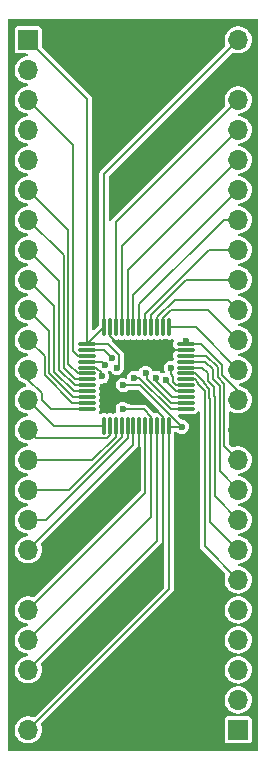
<source format=gbr>
%TF.GenerationSoftware,KiCad,Pcbnew,8.0.7*%
%TF.CreationDate,2025-02-16T23:10:18-06:00*%
%TF.ProjectId,MCU,4d43552e-6b69-4636-9164-5f7063625858,rev?*%
%TF.SameCoordinates,Original*%
%TF.FileFunction,Copper,L1,Top*%
%TF.FilePolarity,Positive*%
%FSLAX46Y46*%
G04 Gerber Fmt 4.6, Leading zero omitted, Abs format (unit mm)*
G04 Created by KiCad (PCBNEW 8.0.7) date 2025-02-16 23:10:18*
%MOMM*%
%LPD*%
G01*
G04 APERTURE LIST*
G04 Aperture macros list*
%AMRoundRect*
0 Rectangle with rounded corners*
0 $1 Rounding radius*
0 $2 $3 $4 $5 $6 $7 $8 $9 X,Y pos of 4 corners*
0 Add a 4 corners polygon primitive as box body*
4,1,4,$2,$3,$4,$5,$6,$7,$8,$9,$2,$3,0*
0 Add four circle primitives for the rounded corners*
1,1,$1+$1,$2,$3*
1,1,$1+$1,$4,$5*
1,1,$1+$1,$6,$7*
1,1,$1+$1,$8,$9*
0 Add four rect primitives between the rounded corners*
20,1,$1+$1,$2,$3,$4,$5,0*
20,1,$1+$1,$4,$5,$6,$7,0*
20,1,$1+$1,$6,$7,$8,$9,0*
20,1,$1+$1,$8,$9,$2,$3,0*%
G04 Aperture macros list end*
%TA.AperFunction,ComponentPad*%
%ADD10R,1.700000X1.700000*%
%TD*%
%TA.AperFunction,ComponentPad*%
%ADD11O,1.700000X1.700000*%
%TD*%
%TA.AperFunction,SMDPad,CuDef*%
%ADD12RoundRect,0.075000X-0.662500X-0.075000X0.662500X-0.075000X0.662500X0.075000X-0.662500X0.075000X0*%
%TD*%
%TA.AperFunction,SMDPad,CuDef*%
%ADD13RoundRect,0.075000X-0.075000X-0.662500X0.075000X-0.662500X0.075000X0.662500X-0.075000X0.662500X0*%
%TD*%
%TA.AperFunction,ViaPad*%
%ADD14C,0.600000*%
%TD*%
%TA.AperFunction,Conductor*%
%ADD15C,0.200000*%
%TD*%
G04 APERTURE END LIST*
D10*
%TO.P,J2,1,Pin_1*%
%TO.N,/25*%
X147780000Y-108420000D03*
D11*
%TO.P,J2,2,Pin_2*%
%TO.N,/26*%
X147780000Y-105880000D03*
%TO.P,J2,3,Pin_3*%
%TO.N,/27*%
X147780000Y-103340000D03*
%TO.P,J2,4,Pin_4*%
%TO.N,/28*%
X147780000Y-100800000D03*
%TO.P,J2,5,Pin_5*%
%TO.N,/29*%
X147780000Y-98260000D03*
%TO.P,J2,6,Pin_6*%
%TO.N,/30*%
X147780000Y-95720000D03*
%TO.P,J2,7,Pin_7*%
%TO.N,/31*%
X147780000Y-93180000D03*
%TO.P,J2,8,Pin_8*%
%TO.N,/32*%
X147780000Y-90640000D03*
%TO.P,J2,9,Pin_9*%
%TO.N,/33*%
X147780000Y-88100000D03*
%TO.P,J2,10,Pin_10*%
%TO.N,/34*%
X147780000Y-85560000D03*
%TO.P,J2,11,Pin_11*%
%TO.N,GND*%
X147780000Y-83020000D03*
%TO.P,J2,12,Pin_12*%
%TO.N,VDD*%
X147780000Y-80480000D03*
%TO.P,J2,13,Pin_13*%
%TO.N,/37*%
X147780000Y-77940000D03*
%TO.P,J2,14,Pin_14*%
%TO.N,/38*%
X147780000Y-75400000D03*
%TO.P,J2,15,Pin_15*%
%TO.N,/39*%
X147780000Y-72860000D03*
%TO.P,J2,16,Pin_16*%
%TO.N,/40*%
X147780000Y-70320000D03*
%TO.P,J2,17,Pin_17*%
%TO.N,/41*%
X147780000Y-67780000D03*
%TO.P,J2,18,Pin_18*%
%TO.N,/42*%
X147780000Y-65240000D03*
%TO.P,J2,19,Pin_19*%
%TO.N,/43*%
X147780000Y-62700000D03*
%TO.P,J2,20,Pin_20*%
%TO.N,/44*%
X147780000Y-60160000D03*
%TO.P,J2,21,Pin_21*%
%TO.N,/45*%
X147780000Y-57620000D03*
%TO.P,J2,22,Pin_22*%
%TO.N,/46*%
X147780000Y-55080000D03*
%TO.P,J2,23,Pin_23*%
%TO.N,GND*%
X147780000Y-52540000D03*
%TO.P,J2,24,Pin_24*%
%TO.N,VDD*%
X147780000Y-50000000D03*
%TD*%
D12*
%TO.P,U1,1,VBAT*%
%TO.N,VDD*%
X135000000Y-75750000D03*
%TO.P,U1,2,PC13*%
%TO.N,/2*%
X135000000Y-76250000D03*
%TO.P,U1,3,PC14*%
%TO.N,/3*%
X135000000Y-76750000D03*
%TO.P,U1,4,PC15*%
%TO.N,/4*%
X135000000Y-77250000D03*
%TO.P,U1,5,PF0*%
%TO.N,/5*%
X135000000Y-77750000D03*
%TO.P,U1,6,PF1*%
%TO.N,/6*%
X135000000Y-78250000D03*
%TO.P,U1,7,PG10*%
%TO.N,/7*%
X135000000Y-78750000D03*
%TO.P,U1,8,PA0*%
%TO.N,Net-(J1-Pin_8)*%
X135000000Y-79250000D03*
%TO.P,U1,9,PA1*%
%TO.N,Net-(J1-Pin_9)*%
X135000000Y-79750000D03*
%TO.P,U1,10,PA2*%
%TO.N,Net-(J1-Pin_10)*%
X135000000Y-80250000D03*
%TO.P,U1,11,PA3*%
%TO.N,Net-(J1-Pin_11)*%
X135000000Y-80750000D03*
%TO.P,U1,12,PA4*%
%TO.N,Net-(J1-Pin_12)*%
X135000000Y-81250000D03*
D13*
%TO.P,U1,13,PA5*%
%TO.N,Net-(J1-Pin_13)*%
X136412500Y-82662500D03*
%TO.P,U1,14,PA6*%
%TO.N,Net-(J1-Pin_14)*%
X136912500Y-82662500D03*
%TO.P,U1,15,PA7*%
%TO.N,Net-(J1-Pin_15)*%
X137412500Y-82662500D03*
%TO.P,U1,16,PB0*%
%TO.N,/16*%
X137912500Y-82662500D03*
%TO.P,U1,17,PB1*%
%TO.N,/17*%
X138412500Y-82662500D03*
%TO.P,U1,18,PB2*%
%TO.N,/18*%
X138912500Y-82662500D03*
%TO.P,U1,19,VSSA*%
%TO.N,GND*%
X139412500Y-82662500D03*
%TO.P,U1,20,VREF+*%
%TO.N,/20*%
X139912500Y-82662500D03*
%TO.P,U1,21,VDDA*%
%TO.N,VDD*%
X140412500Y-82662500D03*
%TO.P,U1,22,PB10*%
%TO.N,/22*%
X140912500Y-82662500D03*
%TO.P,U1,23,VSS*%
%TO.N,GND*%
X141412500Y-82662500D03*
%TO.P,U1,24,VDD*%
%TO.N,VDD*%
X141912500Y-82662500D03*
D12*
%TO.P,U1,25,PB11*%
%TO.N,/25*%
X143325000Y-81250000D03*
%TO.P,U1,26,PB12*%
%TO.N,/26*%
X143325000Y-80750000D03*
%TO.P,U1,27,PB13*%
%TO.N,/27*%
X143325000Y-80250000D03*
%TO.P,U1,28,PB14*%
%TO.N,/28*%
X143325000Y-79750000D03*
%TO.P,U1,29,PB15*%
%TO.N,/29*%
X143325000Y-79250000D03*
%TO.P,U1,30,PA8*%
%TO.N,/30*%
X143325000Y-78750000D03*
%TO.P,U1,31,PA9*%
%TO.N,/31*%
X143325000Y-78250000D03*
%TO.P,U1,32,PA10*%
%TO.N,/32*%
X143325000Y-77750000D03*
%TO.P,U1,33,PA11*%
%TO.N,/33*%
X143325000Y-77250000D03*
%TO.P,U1,34,PA12*%
%TO.N,/34*%
X143325000Y-76750000D03*
%TO.P,U1,35,VSS*%
%TO.N,GND*%
X143325000Y-76250000D03*
%TO.P,U1,36,VDD*%
%TO.N,VDD*%
X143325000Y-75750000D03*
D13*
%TO.P,U1,37,PA13*%
%TO.N,/37*%
X141912500Y-74337500D03*
%TO.P,U1,38,PA14*%
%TO.N,/38*%
X141412500Y-74337500D03*
%TO.P,U1,39,PA15*%
%TO.N,/39*%
X140912500Y-74337500D03*
%TO.P,U1,40,PB3*%
%TO.N,/40*%
X140412500Y-74337500D03*
%TO.P,U1,41,PB4*%
%TO.N,/41*%
X139912500Y-74337500D03*
%TO.P,U1,42,PB5*%
%TO.N,/42*%
X139412500Y-74337500D03*
%TO.P,U1,43,PB6*%
%TO.N,/43*%
X138912500Y-74337500D03*
%TO.P,U1,44,PB7*%
%TO.N,/44*%
X138412500Y-74337500D03*
%TO.P,U1,45,PB8*%
%TO.N,/45*%
X137912500Y-74337500D03*
%TO.P,U1,46,PB9*%
%TO.N,/46*%
X137412500Y-74337500D03*
%TO.P,U1,47,VSS*%
%TO.N,GND*%
X136912500Y-74337500D03*
%TO.P,U1,48,VDD*%
%TO.N,VDD*%
X136412500Y-74337500D03*
%TD*%
D10*
%TO.P,J1,1,Pin_1*%
%TO.N,VDD*%
X130000000Y-50000000D03*
D11*
%TO.P,J1,2,Pin_2*%
%TO.N,/2*%
X130000000Y-52540000D03*
%TO.P,J1,3,Pin_3*%
%TO.N,/3*%
X130000000Y-55080000D03*
%TO.P,J1,4,Pin_4*%
%TO.N,/4*%
X130000000Y-57620000D03*
%TO.P,J1,5,Pin_5*%
%TO.N,/5*%
X130000000Y-60160000D03*
%TO.P,J1,6,Pin_6*%
%TO.N,/6*%
X130000000Y-62700000D03*
%TO.P,J1,7,Pin_7*%
%TO.N,/7*%
X130000000Y-65240000D03*
%TO.P,J1,8,Pin_8*%
%TO.N,Net-(J1-Pin_8)*%
X130000000Y-67780000D03*
%TO.P,J1,9,Pin_9*%
%TO.N,Net-(J1-Pin_9)*%
X130000000Y-70320000D03*
%TO.P,J1,10,Pin_10*%
%TO.N,Net-(J1-Pin_10)*%
X130000000Y-72860000D03*
%TO.P,J1,11,Pin_11*%
%TO.N,Net-(J1-Pin_11)*%
X130000000Y-75400000D03*
%TO.P,J1,12,Pin_12*%
%TO.N,Net-(J1-Pin_12)*%
X130000000Y-77940000D03*
%TO.P,J1,13,Pin_13*%
%TO.N,Net-(J1-Pin_13)*%
X130000000Y-80480000D03*
%TO.P,J1,14,Pin_14*%
%TO.N,Net-(J1-Pin_14)*%
X130000000Y-83020000D03*
%TO.P,J1,15,Pin_15*%
%TO.N,Net-(J1-Pin_15)*%
X130000000Y-85560000D03*
%TO.P,J1,16,Pin_16*%
%TO.N,/16*%
X130000000Y-88100000D03*
%TO.P,J1,17,Pin_17*%
%TO.N,/17*%
X130000000Y-90640000D03*
%TO.P,J1,18,Pin_18*%
%TO.N,/18*%
X130000000Y-93180000D03*
%TO.P,J1,19,Pin_19*%
%TO.N,GND*%
X130000000Y-95720000D03*
%TO.P,J1,20,Pin_20*%
%TO.N,/20*%
X130000000Y-98260000D03*
%TO.P,J1,21,Pin_21*%
%TO.N,VDD*%
X130000000Y-100800000D03*
%TO.P,J1,22,Pin_22*%
%TO.N,/22*%
X130000000Y-103340000D03*
%TO.P,J1,23,Pin_23*%
%TO.N,GND*%
X130000000Y-105880000D03*
%TO.P,J1,24,Pin_24*%
%TO.N,VDD*%
X130000000Y-108420000D03*
%TD*%
D14*
%TO.N,GND*%
X139750000Y-77250000D03*
%TO.N,VDD*%
X143362500Y-75500000D03*
X137500000Y-77750000D03*
X138000000Y-81250000D03*
X138000000Y-79250000D03*
X143000000Y-82750000D03*
%TO.N,GND*%
X139000000Y-55500000D03*
X141750000Y-49750000D03*
X137000000Y-49750000D03*
X139500000Y-75750000D03*
X141626632Y-75558428D03*
X137250000Y-80750000D03*
X135500000Y-108750000D03*
X141750000Y-108750000D03*
X143750000Y-89250000D03*
X143750000Y-84250000D03*
%TO.N,/2*%
X137100000Y-76943617D03*
%TO.N,/4*%
X136500000Y-77500000D03*
%TO.N,/5*%
X136250000Y-78500000D03*
%TO.N,/25*%
X138992435Y-78600000D03*
%TO.N,/26*%
X139946700Y-78211774D03*
%TO.N,/27*%
X140853519Y-78609714D03*
%TO.N,/28*%
X141637500Y-78798406D03*
%TO.N,/29*%
X142087501Y-77784816D03*
%TD*%
D15*
%TO.N,/26*%
X140081372Y-78346446D02*
X139946700Y-78211774D01*
X140081372Y-78700000D02*
X140081372Y-78346446D01*
X143325000Y-80750000D02*
X142131372Y-80750000D01*
X142131372Y-80750000D02*
X140081372Y-78700000D01*
%TO.N,/25*%
X138992435Y-78600000D02*
X139415686Y-78600000D01*
X139415686Y-78600000D02*
X142065686Y-81250000D01*
X142065686Y-81250000D02*
X143325000Y-81250000D01*
%TO.N,GND*%
X137915685Y-76100000D02*
X138282843Y-76467157D01*
X138282843Y-76467157D02*
X138400000Y-76584315D01*
X139750000Y-77250000D02*
X139065686Y-77250000D01*
X139065686Y-77250000D02*
X138282843Y-76467157D01*
%TO.N,VDD*%
X144631371Y-75750000D02*
X143325000Y-75750000D01*
X135000000Y-75750000D02*
X136412500Y-74337500D01*
%TO.N,GND*%
X137350000Y-78980761D02*
X137350000Y-79519239D01*
X138065685Y-76250000D02*
X137915685Y-76100000D01*
%TO.N,/2*%
X135000000Y-76250000D02*
X136406383Y-76250000D01*
%TO.N,GND*%
X141412500Y-81892590D02*
X141412500Y-82662500D01*
%TO.N,/2*%
X136406383Y-76250000D02*
X137100000Y-76943617D01*
%TO.N,GND*%
X138680761Y-80850000D02*
X140369910Y-80850000D01*
X140369910Y-80850000D02*
X141412500Y-81892590D01*
X143325000Y-76250000D02*
X138065685Y-76250000D01*
X136912500Y-75107410D02*
X136912500Y-74337500D01*
%TO.N,VDD*%
X137700000Y-76695088D02*
X136754912Y-75750000D01*
%TO.N,GND*%
X138400000Y-76584315D02*
X138400000Y-77930761D01*
%TO.N,VDD*%
X137700000Y-77550000D02*
X137700000Y-76695088D01*
%TO.N,GND*%
X137350000Y-79519239D02*
X138680761Y-80850000D01*
X138400000Y-77930761D02*
X137350000Y-78980761D01*
X137915685Y-76100000D02*
X137905090Y-76100000D01*
X137905090Y-76100000D02*
X136912500Y-75107410D01*
%TO.N,VDD*%
X137500000Y-77750000D02*
X137700000Y-77550000D01*
X136754912Y-75750000D02*
X135000000Y-75750000D01*
X138000000Y-81250000D02*
X139769910Y-81250000D01*
X139769910Y-81250000D02*
X140412500Y-81892590D01*
X140412500Y-81892590D02*
X140412500Y-82662500D01*
X143000000Y-82750000D02*
X139500000Y-79250000D01*
%TO.N,/29*%
X142087501Y-78317591D02*
X142087501Y-77784816D01*
X142287500Y-78982410D02*
X142287500Y-78517590D01*
X143325000Y-79250000D02*
X142555090Y-79250000D01*
%TO.N,/28*%
X143325000Y-79750000D02*
X142489404Y-79750000D01*
%TO.N,/29*%
X142287500Y-78517590D02*
X142087501Y-78317591D01*
%TO.N,/27*%
X143325000Y-80250000D02*
X142197058Y-80250000D01*
%TO.N,/28*%
X141637500Y-78898096D02*
X141637500Y-78798406D01*
%TO.N,/27*%
X142197058Y-80250000D02*
X140853519Y-78906461D01*
%TO.N,/29*%
X142555090Y-79250000D02*
X142287500Y-78982410D01*
%TO.N,/28*%
X142489404Y-79750000D02*
X141637500Y-78898096D01*
%TO.N,VDD*%
X139500000Y-79250000D02*
X138000000Y-79250000D01*
%TO.N,/27*%
X140853519Y-78906461D02*
X140853519Y-78609714D01*
%TO.N,VDD*%
X143000000Y-82750000D02*
X142000000Y-82750000D01*
X142000000Y-82750000D02*
X141912500Y-82662500D01*
X135000000Y-75750000D02*
X135000000Y-55000000D01*
X135000000Y-55000000D02*
X130000000Y-50000000D01*
%TO.N,/3*%
X135000000Y-76750000D02*
X134230090Y-76750000D01*
X134230090Y-76750000D02*
X133800000Y-76319910D01*
X133800000Y-76319910D02*
X133800000Y-58880000D01*
X133800000Y-58880000D02*
X130000000Y-55080000D01*
%TO.N,/4*%
X135000000Y-77250000D02*
X136250000Y-77250000D01*
X136250000Y-77250000D02*
X136500000Y-77500000D01*
%TO.N,/5*%
X135000000Y-77750000D02*
X135769910Y-77750000D01*
X135769910Y-77750000D02*
X136250000Y-78230090D01*
X136250000Y-78230090D02*
X136250000Y-78500000D01*
%TO.N,/6*%
X135000000Y-78250000D02*
X134230090Y-78250000D01*
X134230090Y-78250000D02*
X133400000Y-77419910D01*
X133400000Y-66100000D02*
X130000000Y-62700000D01*
X133400000Y-77419910D02*
X133400000Y-66100000D01*
%TO.N,Net-(J1-Pin_9)*%
X133868628Y-79750000D02*
X132200000Y-78081372D01*
%TO.N,Net-(J1-Pin_11)*%
X131400000Y-78412744D02*
X131400000Y-76800000D01*
%TO.N,/7*%
X133000000Y-77750000D02*
X133000000Y-68240000D01*
%TO.N,Net-(J1-Pin_11)*%
X135000000Y-80750000D02*
X133737256Y-80750000D01*
%TO.N,/7*%
X135000000Y-78750000D02*
X134000000Y-78750000D01*
%TO.N,Net-(J1-Pin_10)*%
X135000000Y-80250000D02*
X133802942Y-80250000D01*
%TO.N,Net-(J1-Pin_8)*%
X132600000Y-70380000D02*
X130000000Y-67780000D01*
%TO.N,Net-(J1-Pin_11)*%
X131400000Y-76800000D02*
X130000000Y-75400000D01*
%TO.N,Net-(J1-Pin_9)*%
X132200000Y-78081372D02*
X132200000Y-72520000D01*
%TO.N,Net-(J1-Pin_10)*%
X131800000Y-78247058D02*
X131800000Y-74660000D01*
%TO.N,/7*%
X134000000Y-78750000D02*
X133000000Y-77750000D01*
%TO.N,Net-(J1-Pin_10)*%
X133802942Y-80250000D02*
X131800000Y-78247058D01*
%TO.N,Net-(J1-Pin_8)*%
X132600000Y-77915686D02*
X132600000Y-70380000D01*
%TO.N,Net-(J1-Pin_11)*%
X133737256Y-80750000D02*
X131400000Y-78412744D01*
%TO.N,Net-(J1-Pin_9)*%
X132200000Y-72520000D02*
X130000000Y-70320000D01*
%TO.N,Net-(J1-Pin_10)*%
X131800000Y-74660000D02*
X130000000Y-72860000D01*
%TO.N,Net-(J1-Pin_9)*%
X135000000Y-79750000D02*
X133868628Y-79750000D01*
%TO.N,Net-(J1-Pin_8)*%
X133934314Y-79250000D02*
X132600000Y-77915686D01*
X135000000Y-79250000D02*
X133934314Y-79250000D01*
%TO.N,/7*%
X133000000Y-68240000D02*
X130000000Y-65240000D01*
%TO.N,Net-(J1-Pin_12)*%
X131900000Y-81250000D02*
X131150000Y-80500000D01*
X131150000Y-79915686D02*
X130000000Y-78765686D01*
X130000000Y-78765686D02*
X130000000Y-77940000D01*
X131150000Y-80500000D02*
X131150000Y-79915686D01*
X135000000Y-81250000D02*
X131900000Y-81250000D01*
%TO.N,Net-(J1-Pin_13)*%
X136412500Y-82662500D02*
X132182500Y-82662500D01*
X132182500Y-82662500D02*
X130000000Y-80480000D01*
%TO.N,Net-(J1-Pin_14)*%
X136912500Y-82662500D02*
X136912500Y-83432410D01*
X136912500Y-83432410D02*
X136644910Y-83700000D01*
X136644910Y-83700000D02*
X130680000Y-83700000D01*
X130680000Y-83700000D02*
X130000000Y-83020000D01*
%TO.N,/17*%
X131491371Y-90640000D02*
X130000000Y-90640000D01*
%TO.N,/16*%
X133465686Y-88100000D02*
X130000000Y-88100000D01*
X137912500Y-82662500D02*
X137912500Y-83653186D01*
X137912500Y-83653186D02*
X133465686Y-88100000D01*
%TO.N,/17*%
X138412500Y-83718871D02*
X131491371Y-90640000D01*
X138412500Y-82662500D02*
X138412500Y-83718871D01*
%TO.N,Net-(J1-Pin_15)*%
X137412500Y-82662500D02*
X137412500Y-83587500D01*
X137412500Y-83587500D02*
X135440000Y-85560000D01*
X135440000Y-85560000D02*
X130000000Y-85560000D01*
%TO.N,/18*%
X138912500Y-82662500D02*
X138912500Y-84267500D01*
X138912500Y-84267500D02*
X130000000Y-93180000D01*
%TO.N,GND*%
X139412500Y-82662500D02*
X139412500Y-86307500D01*
X139412500Y-86307500D02*
X130000000Y-95720000D01*
%TO.N,/20*%
X139912500Y-82662500D02*
X139912500Y-88347500D01*
X139912500Y-88347500D02*
X130000000Y-98260000D01*
%TO.N,VDD*%
X140412500Y-82662500D02*
X140412500Y-90387500D01*
X140412500Y-90387500D02*
X130000000Y-100800000D01*
%TO.N,/22*%
X140912500Y-82662500D02*
X140912500Y-92427500D01*
X140912500Y-92427500D02*
X130000000Y-103340000D01*
%TO.N,GND*%
X141412500Y-82662500D02*
X141412500Y-94467500D01*
X141412500Y-94467500D02*
X130000000Y-105880000D01*
%TO.N,VDD*%
X141912500Y-82662500D02*
X141912500Y-96507500D01*
X141912500Y-96507500D02*
X130000000Y-108420000D01*
%TO.N,/31*%
X145400000Y-90800000D02*
X147780000Y-93180000D01*
%TO.N,/34*%
X145065686Y-76750000D02*
X146050000Y-77734314D01*
X146599993Y-84379993D02*
X147780000Y-85560000D01*
%TO.N,/31*%
X144160596Y-78250000D02*
X144850000Y-78939404D01*
%TO.N,/30*%
X144950000Y-92890000D02*
X147780000Y-95720000D01*
%TO.N,/33*%
X145000000Y-77250000D02*
X145650000Y-77900000D01*
X145650000Y-78739404D02*
X146199998Y-79289402D01*
%TO.N,/32*%
X143325000Y-77750000D02*
X144750000Y-77750000D01*
%TO.N,/31*%
X145400000Y-80334314D02*
X145400000Y-90800000D01*
%TO.N,/33*%
X145650000Y-77900000D02*
X145650000Y-78739404D01*
%TO.N,/30*%
X144362500Y-79017590D02*
X144362500Y-79162500D01*
%TO.N,/33*%
X146199998Y-86519998D02*
X147780000Y-88100000D01*
X146199998Y-79289402D02*
X146199998Y-86519998D01*
%TO.N,/32*%
X145250000Y-78905090D02*
X145750000Y-79405090D01*
%TO.N,/34*%
X146050000Y-77734314D02*
X146050000Y-78573718D01*
%TO.N,/32*%
X145800000Y-88660000D02*
X147780000Y-90640000D01*
X144750000Y-77750000D02*
X145250000Y-78250000D01*
%TO.N,/31*%
X144850000Y-78939404D02*
X144850000Y-79070776D01*
%TO.N,/32*%
X145750000Y-80118628D02*
X145800000Y-80168628D01*
X145750000Y-79405090D02*
X145750000Y-80118628D01*
%TO.N,/31*%
X145350000Y-79570776D02*
X145350000Y-80284314D01*
X145350000Y-80284314D02*
X145400000Y-80334314D01*
%TO.N,/32*%
X145250000Y-78250000D02*
X145250000Y-78905090D01*
%TO.N,/30*%
X143325000Y-78750000D02*
X144094910Y-78750000D01*
%TO.N,/33*%
X143325000Y-77250000D02*
X145000000Y-77250000D01*
%TO.N,/31*%
X143325000Y-78250000D02*
X144160596Y-78250000D01*
%TO.N,/34*%
X143325000Y-76750000D02*
X145065686Y-76750000D01*
%TO.N,/32*%
X145800000Y-80168628D02*
X145800000Y-88660000D01*
%TO.N,/31*%
X144850000Y-79070776D02*
X145350000Y-79570776D01*
%TO.N,/30*%
X144362500Y-79162500D02*
X144950000Y-79750000D01*
%TO.N,/34*%
X146050000Y-78573718D02*
X146599993Y-79123711D01*
X146599993Y-79123711D02*
X146599993Y-84379993D01*
%TO.N,/30*%
X144094910Y-78750000D02*
X144362500Y-79017590D01*
X144950000Y-79750000D02*
X144950000Y-92890000D01*
%TO.N,VDD*%
X147780000Y-79738032D02*
X147780000Y-80480000D01*
X144631371Y-75750000D02*
X146450000Y-77568629D01*
X146450000Y-78408032D02*
X147780000Y-79738032D01*
X146450000Y-77568629D02*
X146450000Y-78408032D01*
X143325000Y-75750000D02*
X143362500Y-75500000D01*
%TO.N,/37*%
X141912500Y-74337500D02*
X144177500Y-74337500D01*
X144177500Y-74337500D02*
X147780000Y-77940000D01*
%TO.N,/39*%
X146930000Y-72010000D02*
X147780000Y-72860000D01*
X142404404Y-72010000D02*
X146930000Y-72010000D01*
X140912500Y-73501904D02*
X142404404Y-72010000D01*
X140912500Y-74337500D02*
X140912500Y-73501904D01*
%TO.N,/38*%
X141412500Y-74337500D02*
X141412500Y-73567590D01*
X141412500Y-73567590D02*
X142115045Y-72865045D01*
X142115045Y-72865045D02*
X145245045Y-72865045D01*
X145245045Y-72865045D02*
X147780000Y-75400000D01*
%TO.N,/40*%
X140412500Y-74337500D02*
X140412500Y-73271815D01*
%TO.N,/41*%
X139912500Y-74337500D02*
X139912500Y-73206129D01*
X145338629Y-67780000D02*
X147780000Y-67780000D01*
%TO.N,/40*%
X143364315Y-70320000D02*
X147780000Y-70320000D01*
%TO.N,/41*%
X139912500Y-73206129D02*
X145338629Y-67780000D01*
%TO.N,/40*%
X140412500Y-73271815D02*
X143364315Y-70320000D01*
%TO.N,/42*%
X146577919Y-65240000D02*
X147780000Y-65240000D01*
X139412500Y-72405419D02*
X146577919Y-65240000D01*
X139412500Y-74337500D02*
X139412500Y-72405419D01*
%TO.N,/43*%
X138912500Y-74337500D02*
X138912500Y-71567500D01*
X138912500Y-71567500D02*
X147780000Y-62700000D01*
%TO.N,/44*%
X138412500Y-74337500D02*
X138412500Y-69527500D01*
X138412500Y-69527500D02*
X147780000Y-60160000D01*
%TO.N,/45*%
X137912500Y-74337500D02*
X137912500Y-67487500D01*
X137912500Y-67487500D02*
X147780000Y-57620000D01*
%TO.N,/46*%
X137412500Y-74337500D02*
X137412500Y-65447500D01*
X137412500Y-65447500D02*
X147780000Y-55080000D01*
%TO.N,VDD*%
X136412500Y-74337500D02*
X136412500Y-61367500D01*
X136412500Y-61367500D02*
X147780000Y-50000000D01*
%TD*%
%TA.AperFunction,Conductor*%
%TO.N,GND*%
G36*
X142299038Y-75346353D02*
G01*
X142338346Y-75404117D01*
X142340184Y-75473962D01*
X142331730Y-75496630D01*
X142297634Y-75566373D01*
X142297634Y-75566375D01*
X142287000Y-75639364D01*
X142287000Y-75860636D01*
X142297634Y-75933625D01*
X142297634Y-75933626D01*
X142297635Y-75933628D01*
X142352672Y-76046210D01*
X142441287Y-76134825D01*
X142449008Y-76138600D01*
X142500590Y-76185728D01*
X142518504Y-76253262D01*
X142497063Y-76319761D01*
X142449008Y-76361400D01*
X142441288Y-76365174D01*
X142441287Y-76365174D01*
X142352672Y-76453789D01*
X142297635Y-76566371D01*
X142297634Y-76566373D01*
X142297634Y-76566375D01*
X142287000Y-76639364D01*
X142287000Y-76860636D01*
X142293566Y-76905701D01*
X142297634Y-76933625D01*
X142303460Y-76945542D01*
X142315217Y-77014416D01*
X142303460Y-77054458D01*
X142297634Y-77066375D01*
X142297633Y-77066379D01*
X142295192Y-77083132D01*
X142266047Y-77146632D01*
X142207197Y-77184295D01*
X142156304Y-77188191D01*
X142087504Y-77179134D01*
X142087500Y-77179134D01*
X141930740Y-77199771D01*
X141930738Y-77199772D01*
X141784661Y-77260279D01*
X141659219Y-77356534D01*
X141562964Y-77481976D01*
X141502457Y-77628053D01*
X141502456Y-77628055D01*
X141481819Y-77784814D01*
X141481819Y-77784817D01*
X141502456Y-77941576D01*
X141502458Y-77941581D01*
X141547913Y-78051321D01*
X141555382Y-78120790D01*
X141524106Y-78183269D01*
X141480803Y-78213335D01*
X141436276Y-78231778D01*
X141366807Y-78239245D01*
X141304328Y-78207970D01*
X141290451Y-78192704D01*
X141284439Y-78184870D01*
X141281801Y-78181432D01*
X141156360Y-78085178D01*
X141132908Y-78075464D01*
X141010281Y-78024670D01*
X141010279Y-78024669D01*
X140853520Y-78004032D01*
X140853518Y-78004032D01*
X140696758Y-78024669D01*
X140696753Y-78024671D01*
X140659740Y-78040002D01*
X140590271Y-78047469D01*
X140527792Y-78016193D01*
X140497729Y-77972893D01*
X140471236Y-77908934D01*
X140471236Y-77908933D01*
X140374982Y-77783492D01*
X140249541Y-77687238D01*
X140190390Y-77662737D01*
X140103462Y-77626730D01*
X140103460Y-77626729D01*
X139946701Y-77606092D01*
X139946699Y-77606092D01*
X139789939Y-77626729D01*
X139789937Y-77626730D01*
X139643860Y-77687237D01*
X139518418Y-77783492D01*
X139422164Y-77908933D01*
X139392156Y-77981378D01*
X139348314Y-78035781D01*
X139282020Y-78057845D01*
X139230143Y-78048485D01*
X139149197Y-78014956D01*
X139149195Y-78014955D01*
X138992436Y-77994318D01*
X138992434Y-77994318D01*
X138835674Y-78014955D01*
X138835672Y-78014956D01*
X138689595Y-78075463D01*
X138564153Y-78171718D01*
X138467898Y-78297160D01*
X138407391Y-78443237D01*
X138407391Y-78443238D01*
X138387843Y-78591719D01*
X138359576Y-78655615D01*
X138301252Y-78694086D01*
X138231387Y-78694917D01*
X138217452Y-78690094D01*
X138156765Y-78664957D01*
X138156760Y-78664955D01*
X138000001Y-78644318D01*
X137999999Y-78644318D01*
X137843239Y-78664955D01*
X137843237Y-78664956D01*
X137697160Y-78725463D01*
X137571718Y-78821718D01*
X137475463Y-78947160D01*
X137414956Y-79093237D01*
X137414955Y-79093239D01*
X137394318Y-79249998D01*
X137394318Y-79250001D01*
X137414955Y-79406760D01*
X137414956Y-79406762D01*
X137453576Y-79500000D01*
X137475464Y-79552841D01*
X137571718Y-79678282D01*
X137697159Y-79774536D01*
X137843238Y-79835044D01*
X137921619Y-79845363D01*
X137999999Y-79855682D01*
X138000000Y-79855682D01*
X138000001Y-79855682D01*
X138052254Y-79848802D01*
X138156762Y-79835044D01*
X138302841Y-79774536D01*
X138428282Y-79678282D01*
X138428283Y-79678279D01*
X138431093Y-79676124D01*
X138496263Y-79650930D01*
X138506580Y-79650500D01*
X139282745Y-79650500D01*
X139349784Y-79670185D01*
X139370426Y-79686819D01*
X141096426Y-81412819D01*
X141129911Y-81474142D01*
X141124927Y-81543834D01*
X141083055Y-81599767D01*
X141017591Y-81624184D01*
X141008745Y-81624500D01*
X140801864Y-81624500D01*
X140783945Y-81627110D01*
X140714771Y-81617297D01*
X140678390Y-81592087D01*
X140015825Y-80929522D01*
X140015823Y-80929520D01*
X139960171Y-80897389D01*
X139924499Y-80876793D01*
X139864198Y-80860636D01*
X139822637Y-80849500D01*
X139822636Y-80849500D01*
X138506580Y-80849500D01*
X138439541Y-80829815D01*
X138431093Y-80823876D01*
X138428283Y-80821720D01*
X138428282Y-80821718D01*
X138302841Y-80725464D01*
X138156762Y-80664956D01*
X138156760Y-80664955D01*
X138000001Y-80644318D01*
X137999999Y-80644318D01*
X137843239Y-80664955D01*
X137843237Y-80664956D01*
X137697160Y-80725463D01*
X137571718Y-80821718D01*
X137475463Y-80947160D01*
X137414956Y-81093237D01*
X137414955Y-81093239D01*
X137394318Y-81249998D01*
X137394318Y-81250001D01*
X137414955Y-81406760D01*
X137414957Y-81406765D01*
X137434128Y-81453048D01*
X137441597Y-81522517D01*
X137410322Y-81584996D01*
X137350233Y-81620648D01*
X137319567Y-81624500D01*
X137301864Y-81624500D01*
X137239302Y-81633614D01*
X137228874Y-81635134D01*
X137221199Y-81638886D01*
X137216957Y-81640960D01*
X137148084Y-81652717D01*
X137108043Y-81640960D01*
X137096125Y-81635134D01*
X137023136Y-81624500D01*
X136801864Y-81624500D01*
X136739302Y-81633614D01*
X136728874Y-81635134D01*
X136721199Y-81638886D01*
X136716957Y-81640960D01*
X136648084Y-81652717D01*
X136608043Y-81640960D01*
X136596125Y-81635134D01*
X136523136Y-81624500D01*
X136301864Y-81624500D01*
X136247122Y-81632475D01*
X136228873Y-81635134D01*
X136159130Y-81669230D01*
X136090257Y-81680988D01*
X136025960Y-81653645D01*
X135986653Y-81595881D01*
X135984815Y-81526035D01*
X135993266Y-81503377D01*
X136027366Y-81433625D01*
X136038000Y-81360636D01*
X136038000Y-81139364D01*
X136027366Y-81066375D01*
X136021541Y-81054460D01*
X136009781Y-80985592D01*
X136021540Y-80945541D01*
X136027366Y-80933625D01*
X136038000Y-80860636D01*
X136038000Y-80639364D01*
X136027366Y-80566375D01*
X136021541Y-80554460D01*
X136009781Y-80485592D01*
X136021540Y-80445541D01*
X136027366Y-80433625D01*
X136038000Y-80360636D01*
X136038000Y-80139364D01*
X136027366Y-80066375D01*
X136021541Y-80054460D01*
X136009781Y-79985592D01*
X136021540Y-79945541D01*
X136027366Y-79933625D01*
X136038000Y-79860636D01*
X136038000Y-79639364D01*
X136027366Y-79566375D01*
X136021541Y-79554460D01*
X136009781Y-79485592D01*
X136021540Y-79445541D01*
X136027366Y-79433625D01*
X136038000Y-79360636D01*
X136038000Y-79219166D01*
X136057685Y-79152127D01*
X136110489Y-79106372D01*
X136178184Y-79096227D01*
X136250000Y-79105682D01*
X136250001Y-79105682D01*
X136344514Y-79093239D01*
X136406762Y-79085044D01*
X136552841Y-79024536D01*
X136678282Y-78928282D01*
X136774536Y-78802841D01*
X136835044Y-78656762D01*
X136855682Y-78500000D01*
X136835044Y-78343238D01*
X136774536Y-78197159D01*
X136773301Y-78195019D01*
X136772807Y-78192983D01*
X136771426Y-78189649D01*
X136771945Y-78189433D01*
X136756826Y-78127119D01*
X136779677Y-78061092D01*
X136834597Y-78017900D01*
X136904150Y-78011256D01*
X136966253Y-78043271D01*
X136979061Y-78057529D01*
X137071718Y-78178282D01*
X137197159Y-78274536D01*
X137343238Y-78335044D01*
X137405448Y-78343234D01*
X137499999Y-78355682D01*
X137500000Y-78355682D01*
X137500001Y-78355682D01*
X137594514Y-78343239D01*
X137656762Y-78335044D01*
X137802841Y-78274536D01*
X137928282Y-78178282D01*
X138024536Y-78052841D01*
X138085044Y-77906762D01*
X138105682Y-77750000D01*
X138094193Y-77662733D01*
X138097357Y-77614457D01*
X138100501Y-77602727D01*
X138100501Y-77497273D01*
X138100501Y-77489678D01*
X138100500Y-77489660D01*
X138100500Y-76642364D01*
X138100499Y-76642357D01*
X138089056Y-76599650D01*
X138073207Y-76540500D01*
X138020480Y-76449175D01*
X137150519Y-75579214D01*
X137117034Y-75517891D01*
X137122018Y-75448199D01*
X137163890Y-75392266D01*
X137229354Y-75367849D01*
X137256075Y-75368828D01*
X137301864Y-75375500D01*
X137523130Y-75375500D01*
X137523136Y-75375500D01*
X137596125Y-75364866D01*
X137608039Y-75359041D01*
X137676908Y-75347281D01*
X137716958Y-75359040D01*
X137728875Y-75364866D01*
X137801864Y-75375500D01*
X137801870Y-75375500D01*
X138023130Y-75375500D01*
X138023136Y-75375500D01*
X138096125Y-75364866D01*
X138108039Y-75359041D01*
X138176908Y-75347281D01*
X138216958Y-75359040D01*
X138228875Y-75364866D01*
X138301864Y-75375500D01*
X138301870Y-75375500D01*
X138523130Y-75375500D01*
X138523136Y-75375500D01*
X138596125Y-75364866D01*
X138608039Y-75359041D01*
X138676908Y-75347281D01*
X138716958Y-75359040D01*
X138728875Y-75364866D01*
X138801864Y-75375500D01*
X138801870Y-75375500D01*
X139023130Y-75375500D01*
X139023136Y-75375500D01*
X139096125Y-75364866D01*
X139108039Y-75359041D01*
X139176908Y-75347281D01*
X139216958Y-75359040D01*
X139228875Y-75364866D01*
X139301864Y-75375500D01*
X139301870Y-75375500D01*
X139523130Y-75375500D01*
X139523136Y-75375500D01*
X139596125Y-75364866D01*
X139608039Y-75359041D01*
X139676908Y-75347281D01*
X139716958Y-75359040D01*
X139728875Y-75364866D01*
X139801864Y-75375500D01*
X139801870Y-75375500D01*
X140023130Y-75375500D01*
X140023136Y-75375500D01*
X140096125Y-75364866D01*
X140108039Y-75359041D01*
X140176908Y-75347281D01*
X140216958Y-75359040D01*
X140228875Y-75364866D01*
X140301864Y-75375500D01*
X140301870Y-75375500D01*
X140523130Y-75375500D01*
X140523136Y-75375500D01*
X140596125Y-75364866D01*
X140608039Y-75359041D01*
X140676908Y-75347281D01*
X140716958Y-75359040D01*
X140728875Y-75364866D01*
X140801864Y-75375500D01*
X140801870Y-75375500D01*
X141023130Y-75375500D01*
X141023136Y-75375500D01*
X141096125Y-75364866D01*
X141108039Y-75359041D01*
X141176908Y-75347281D01*
X141216958Y-75359040D01*
X141228875Y-75364866D01*
X141301864Y-75375500D01*
X141301870Y-75375500D01*
X141523130Y-75375500D01*
X141523136Y-75375500D01*
X141596125Y-75364866D01*
X141608039Y-75359041D01*
X141676908Y-75347281D01*
X141716958Y-75359040D01*
X141728875Y-75364866D01*
X141801864Y-75375500D01*
X141801870Y-75375500D01*
X142023130Y-75375500D01*
X142023136Y-75375500D01*
X142096125Y-75364866D01*
X142165870Y-75330769D01*
X142234740Y-75319010D01*
X142299038Y-75346353D01*
G37*
%TD.AperFunction*%
%TA.AperFunction,Conductor*%
G36*
X149442539Y-48270185D02*
G01*
X149488294Y-48322989D01*
X149499500Y-48374500D01*
X149499500Y-110125500D01*
X149479815Y-110192539D01*
X149427011Y-110238294D01*
X149375500Y-110249500D01*
X128374500Y-110249500D01*
X128307461Y-110229815D01*
X128261706Y-110177011D01*
X128250500Y-110125500D01*
X128250500Y-52539999D01*
X128844571Y-52539999D01*
X128844571Y-52540000D01*
X128864244Y-52752310D01*
X128922596Y-52957392D01*
X128922596Y-52957394D01*
X129017632Y-53148253D01*
X129017634Y-53148255D01*
X129146128Y-53318407D01*
X129303698Y-53462052D01*
X129484981Y-53574298D01*
X129683802Y-53651321D01*
X129880613Y-53688111D01*
X129942893Y-53719779D01*
X129978166Y-53780092D01*
X129975232Y-53849900D01*
X129935023Y-53907040D01*
X129880613Y-53931888D01*
X129683802Y-53968679D01*
X129683799Y-53968679D01*
X129683799Y-53968680D01*
X129484982Y-54045701D01*
X129484980Y-54045702D01*
X129303699Y-54157947D01*
X129146127Y-54301593D01*
X129017632Y-54471746D01*
X128922596Y-54662605D01*
X128922596Y-54662607D01*
X128864244Y-54867689D01*
X128844571Y-55079999D01*
X128844571Y-55080000D01*
X128864244Y-55292310D01*
X128922596Y-55497392D01*
X128922596Y-55497394D01*
X129017632Y-55688253D01*
X129017634Y-55688255D01*
X129146128Y-55858407D01*
X129303698Y-56002052D01*
X129484981Y-56114298D01*
X129683802Y-56191321D01*
X129880613Y-56228111D01*
X129942893Y-56259779D01*
X129978166Y-56320092D01*
X129975232Y-56389900D01*
X129935023Y-56447040D01*
X129880613Y-56471888D01*
X129683802Y-56508679D01*
X129683799Y-56508679D01*
X129683799Y-56508680D01*
X129484982Y-56585701D01*
X129484980Y-56585702D01*
X129303699Y-56697947D01*
X129146127Y-56841593D01*
X129017632Y-57011746D01*
X128922596Y-57202605D01*
X128922596Y-57202607D01*
X128864244Y-57407689D01*
X128844571Y-57619999D01*
X128844571Y-57620000D01*
X128864244Y-57832310D01*
X128922596Y-58037392D01*
X128922596Y-58037394D01*
X129017632Y-58228253D01*
X129017634Y-58228255D01*
X129146128Y-58398407D01*
X129303698Y-58542052D01*
X129484981Y-58654298D01*
X129683802Y-58731321D01*
X129880613Y-58768111D01*
X129942893Y-58799779D01*
X129978166Y-58860092D01*
X129975232Y-58929900D01*
X129935023Y-58987040D01*
X129880613Y-59011888D01*
X129683802Y-59048679D01*
X129683799Y-59048679D01*
X129683799Y-59048680D01*
X129484982Y-59125701D01*
X129484980Y-59125702D01*
X129303699Y-59237947D01*
X129146127Y-59381593D01*
X129017632Y-59551746D01*
X128922596Y-59742605D01*
X128922596Y-59742607D01*
X128864244Y-59947689D01*
X128844571Y-60159999D01*
X128844571Y-60160000D01*
X128864244Y-60372310D01*
X128922596Y-60577392D01*
X128922596Y-60577394D01*
X129017632Y-60768253D01*
X129017634Y-60768255D01*
X129146128Y-60938407D01*
X129303698Y-61082052D01*
X129484981Y-61194298D01*
X129683802Y-61271321D01*
X129880613Y-61308111D01*
X129942893Y-61339779D01*
X129978166Y-61400092D01*
X129975232Y-61469900D01*
X129935023Y-61527040D01*
X129880613Y-61551888D01*
X129683802Y-61588679D01*
X129683799Y-61588679D01*
X129683799Y-61588680D01*
X129484982Y-61665701D01*
X129484980Y-61665702D01*
X129303699Y-61777947D01*
X129146127Y-61921593D01*
X129017632Y-62091746D01*
X128922596Y-62282605D01*
X128922596Y-62282607D01*
X128864244Y-62487689D01*
X128844571Y-62699999D01*
X128844571Y-62700000D01*
X128864244Y-62912310D01*
X128922596Y-63117392D01*
X128922596Y-63117394D01*
X129017632Y-63308253D01*
X129017634Y-63308255D01*
X129146128Y-63478407D01*
X129303698Y-63622052D01*
X129484981Y-63734298D01*
X129683802Y-63811321D01*
X129880613Y-63848111D01*
X129942893Y-63879779D01*
X129978166Y-63940092D01*
X129975232Y-64009900D01*
X129935023Y-64067040D01*
X129880613Y-64091888D01*
X129683802Y-64128679D01*
X129683799Y-64128679D01*
X129683799Y-64128680D01*
X129484982Y-64205701D01*
X129484980Y-64205702D01*
X129303699Y-64317947D01*
X129146127Y-64461593D01*
X129017632Y-64631746D01*
X128922596Y-64822605D01*
X128922596Y-64822607D01*
X128864244Y-65027689D01*
X128844571Y-65239999D01*
X128844571Y-65240000D01*
X128864244Y-65452310D01*
X128922596Y-65657392D01*
X128922596Y-65657394D01*
X129017632Y-65848253D01*
X129146127Y-66018406D01*
X129146128Y-66018407D01*
X129303698Y-66162052D01*
X129484981Y-66274298D01*
X129683802Y-66351321D01*
X129880613Y-66388111D01*
X129942893Y-66419779D01*
X129978166Y-66480092D01*
X129975232Y-66549900D01*
X129935023Y-66607040D01*
X129880613Y-66631888D01*
X129683802Y-66668679D01*
X129683799Y-66668679D01*
X129683799Y-66668680D01*
X129484982Y-66745701D01*
X129484980Y-66745702D01*
X129303699Y-66857947D01*
X129146127Y-67001593D01*
X129017632Y-67171746D01*
X128922596Y-67362605D01*
X128922596Y-67362607D01*
X128864244Y-67567689D01*
X128844571Y-67779999D01*
X128844571Y-67780000D01*
X128864244Y-67992310D01*
X128922596Y-68197392D01*
X128922596Y-68197394D01*
X129017632Y-68388253D01*
X129017634Y-68388255D01*
X129146128Y-68558407D01*
X129303698Y-68702052D01*
X129484981Y-68814298D01*
X129683802Y-68891321D01*
X129880613Y-68928111D01*
X129942893Y-68959779D01*
X129978166Y-69020092D01*
X129975232Y-69089900D01*
X129935023Y-69147040D01*
X129880613Y-69171888D01*
X129683802Y-69208679D01*
X129683799Y-69208679D01*
X129683799Y-69208680D01*
X129484982Y-69285701D01*
X129484980Y-69285702D01*
X129303699Y-69397947D01*
X129146127Y-69541593D01*
X129017632Y-69711746D01*
X128922596Y-69902605D01*
X128922596Y-69902607D01*
X128864244Y-70107689D01*
X128844571Y-70319999D01*
X128844571Y-70320000D01*
X128864244Y-70532310D01*
X128922596Y-70737392D01*
X128922596Y-70737394D01*
X129017632Y-70928253D01*
X129017634Y-70928255D01*
X129146128Y-71098407D01*
X129303698Y-71242052D01*
X129484981Y-71354298D01*
X129683802Y-71431321D01*
X129880613Y-71468111D01*
X129942893Y-71499779D01*
X129978166Y-71560092D01*
X129975232Y-71629900D01*
X129935023Y-71687040D01*
X129880613Y-71711888D01*
X129683802Y-71748679D01*
X129683799Y-71748679D01*
X129683799Y-71748680D01*
X129484982Y-71825701D01*
X129484980Y-71825702D01*
X129303699Y-71937947D01*
X129146127Y-72081593D01*
X129017632Y-72251746D01*
X128922596Y-72442605D01*
X128922596Y-72442607D01*
X128864244Y-72647689D01*
X128844571Y-72859999D01*
X128844571Y-72860000D01*
X128864244Y-73072310D01*
X128922596Y-73277392D01*
X128922596Y-73277394D01*
X129017632Y-73468253D01*
X129091731Y-73566375D01*
X129146128Y-73638407D01*
X129303698Y-73782052D01*
X129484981Y-73894298D01*
X129683802Y-73971321D01*
X129880613Y-74008111D01*
X129942893Y-74039779D01*
X129978166Y-74100092D01*
X129975232Y-74169900D01*
X129935023Y-74227040D01*
X129880613Y-74251888D01*
X129683802Y-74288679D01*
X129683799Y-74288679D01*
X129683799Y-74288680D01*
X129484982Y-74365701D01*
X129484980Y-74365702D01*
X129303699Y-74477947D01*
X129146127Y-74621593D01*
X129017632Y-74791746D01*
X128922596Y-74982605D01*
X128922596Y-74982607D01*
X128864244Y-75187689D01*
X128844571Y-75399999D01*
X128844571Y-75400000D01*
X128864244Y-75612310D01*
X128922596Y-75817392D01*
X128922596Y-75817394D01*
X129017632Y-76008253D01*
X129046297Y-76046211D01*
X129146128Y-76178407D01*
X129303698Y-76322052D01*
X129484981Y-76434298D01*
X129683802Y-76511321D01*
X129880613Y-76548111D01*
X129942893Y-76579779D01*
X129978166Y-76640092D01*
X129975232Y-76709900D01*
X129935023Y-76767040D01*
X129880613Y-76791888D01*
X129683802Y-76828679D01*
X129683799Y-76828679D01*
X129683799Y-76828680D01*
X129484982Y-76905701D01*
X129484980Y-76905702D01*
X129303699Y-77017947D01*
X129146127Y-77161593D01*
X129017632Y-77331746D01*
X128922596Y-77522605D01*
X128922596Y-77522607D01*
X128864244Y-77727689D01*
X128858951Y-77784817D01*
X128844571Y-77940000D01*
X128864244Y-78152310D01*
X128918567Y-78343234D01*
X128922596Y-78357392D01*
X128922596Y-78357394D01*
X129017632Y-78548253D01*
X129105763Y-78664956D01*
X129146128Y-78718407D01*
X129303698Y-78862052D01*
X129484981Y-78974298D01*
X129683802Y-79051321D01*
X129689642Y-79052412D01*
X129751921Y-79084076D01*
X129754541Y-79086620D01*
X129814693Y-79146772D01*
X129848178Y-79208095D01*
X129843194Y-79277787D01*
X129801322Y-79333720D01*
X129749799Y-79356341D01*
X129683802Y-79368678D01*
X129484982Y-79445701D01*
X129484980Y-79445702D01*
X129303699Y-79557947D01*
X129146127Y-79701593D01*
X129017632Y-79871746D01*
X128922596Y-80062605D01*
X128922596Y-80062607D01*
X128864244Y-80267689D01*
X128844571Y-80479999D01*
X128844571Y-80480000D01*
X128864244Y-80692310D01*
X128922596Y-80897392D01*
X128922596Y-80897394D01*
X129017632Y-81088253D01*
X129139778Y-81249998D01*
X129146128Y-81258407D01*
X129303698Y-81402052D01*
X129484981Y-81514298D01*
X129683802Y-81591321D01*
X129880613Y-81628111D01*
X129942893Y-81659779D01*
X129978166Y-81720092D01*
X129975232Y-81789900D01*
X129935023Y-81847040D01*
X129880613Y-81871888D01*
X129683802Y-81908679D01*
X129683799Y-81908679D01*
X129683799Y-81908680D01*
X129484982Y-81985701D01*
X129484980Y-81985702D01*
X129303699Y-82097947D01*
X129146127Y-82241593D01*
X129017632Y-82411746D01*
X128922596Y-82602605D01*
X128922596Y-82602607D01*
X128864244Y-82807689D01*
X128844571Y-83019999D01*
X128844571Y-83020000D01*
X128864244Y-83232310D01*
X128922596Y-83437392D01*
X128922596Y-83437394D01*
X129017632Y-83628253D01*
X129017634Y-83628255D01*
X129146128Y-83798407D01*
X129303698Y-83942052D01*
X129484981Y-84054298D01*
X129683802Y-84131321D01*
X129880613Y-84168111D01*
X129942893Y-84199779D01*
X129978166Y-84260092D01*
X129975232Y-84329900D01*
X129935023Y-84387040D01*
X129880613Y-84411888D01*
X129683802Y-84448679D01*
X129683799Y-84448679D01*
X129683799Y-84448680D01*
X129484982Y-84525701D01*
X129484980Y-84525702D01*
X129303699Y-84637947D01*
X129146127Y-84781593D01*
X129017632Y-84951746D01*
X128922596Y-85142605D01*
X128922596Y-85142607D01*
X128864244Y-85347689D01*
X128844571Y-85559999D01*
X128844571Y-85560000D01*
X128864244Y-85772310D01*
X128922596Y-85977392D01*
X128922596Y-85977394D01*
X129017632Y-86168253D01*
X129146127Y-86338406D01*
X129146128Y-86338407D01*
X129303698Y-86482052D01*
X129484981Y-86594298D01*
X129683802Y-86671321D01*
X129880613Y-86708111D01*
X129942893Y-86739779D01*
X129978166Y-86800092D01*
X129975232Y-86869900D01*
X129935023Y-86927040D01*
X129880613Y-86951888D01*
X129683802Y-86988679D01*
X129683799Y-86988679D01*
X129683799Y-86988680D01*
X129484982Y-87065701D01*
X129484980Y-87065702D01*
X129303699Y-87177947D01*
X129146127Y-87321593D01*
X129017632Y-87491746D01*
X128922596Y-87682605D01*
X128922596Y-87682607D01*
X128864244Y-87887689D01*
X128844571Y-88099999D01*
X128844571Y-88100000D01*
X128864244Y-88312310D01*
X128922596Y-88517392D01*
X128922596Y-88517394D01*
X129017632Y-88708253D01*
X129097786Y-88814393D01*
X129146128Y-88878407D01*
X129303698Y-89022052D01*
X129484981Y-89134298D01*
X129683802Y-89211321D01*
X129880613Y-89248111D01*
X129942893Y-89279779D01*
X129978166Y-89340092D01*
X129975232Y-89409900D01*
X129935023Y-89467040D01*
X129880613Y-89491888D01*
X129683802Y-89528679D01*
X129683799Y-89528679D01*
X129683799Y-89528680D01*
X129484982Y-89605701D01*
X129484980Y-89605702D01*
X129303699Y-89717947D01*
X129146127Y-89861593D01*
X129017632Y-90031746D01*
X128922596Y-90222605D01*
X128922596Y-90222607D01*
X128917790Y-90239500D01*
X128864244Y-90427690D01*
X128844571Y-90640000D01*
X128864244Y-90852310D01*
X128916956Y-91037572D01*
X128922596Y-91057392D01*
X128922596Y-91057394D01*
X129017632Y-91248253D01*
X129069467Y-91316893D01*
X129146128Y-91418407D01*
X129303698Y-91562052D01*
X129484981Y-91674298D01*
X129683802Y-91751321D01*
X129880613Y-91788111D01*
X129942893Y-91819779D01*
X129978166Y-91880092D01*
X129975232Y-91949900D01*
X129935023Y-92007040D01*
X129880613Y-92031888D01*
X129683802Y-92068679D01*
X129683799Y-92068679D01*
X129683799Y-92068680D01*
X129484982Y-92145701D01*
X129484980Y-92145702D01*
X129303699Y-92257947D01*
X129146127Y-92401593D01*
X129017632Y-92571746D01*
X128922596Y-92762605D01*
X128922596Y-92762607D01*
X128864244Y-92967689D01*
X128844571Y-93179999D01*
X128844571Y-93180000D01*
X128864244Y-93392310D01*
X128922596Y-93597392D01*
X128922596Y-93597394D01*
X129017632Y-93788253D01*
X129017634Y-93788255D01*
X129146128Y-93958407D01*
X129303698Y-94102052D01*
X129484981Y-94214298D01*
X129683802Y-94291321D01*
X129893390Y-94330500D01*
X129893392Y-94330500D01*
X130106608Y-94330500D01*
X130106610Y-94330500D01*
X130316198Y-94291321D01*
X130515019Y-94214298D01*
X130696302Y-94102052D01*
X130853872Y-93958407D01*
X130982366Y-93788255D01*
X131077405Y-93597389D01*
X131135756Y-93392310D01*
X131155429Y-93180000D01*
X131135756Y-92967690D01*
X131077405Y-92762611D01*
X131076609Y-92759813D01*
X131077195Y-92689946D01*
X131108192Y-92638199D01*
X139232980Y-84513413D01*
X139277546Y-84436222D01*
X139280613Y-84430912D01*
X139298658Y-84413705D01*
X139316146Y-84395053D01*
X139316149Y-84395051D01*
X139316954Y-84396259D01*
X139331179Y-84382696D01*
X139399786Y-84369472D01*
X139464651Y-84395440D01*
X139505180Y-84452354D01*
X139512000Y-84492911D01*
X139512000Y-88130244D01*
X139492315Y-88197283D01*
X139475681Y-88217925D01*
X130538193Y-97155412D01*
X130476870Y-97188897D01*
X130407178Y-97183913D01*
X130405719Y-97183358D01*
X130316203Y-97148680D01*
X130316198Y-97148679D01*
X130106610Y-97109500D01*
X129893390Y-97109500D01*
X129683802Y-97148679D01*
X129683799Y-97148679D01*
X129683799Y-97148680D01*
X129484982Y-97225701D01*
X129484980Y-97225702D01*
X129303699Y-97337947D01*
X129146127Y-97481593D01*
X129017632Y-97651746D01*
X128922596Y-97842605D01*
X128922596Y-97842607D01*
X128864244Y-98047689D01*
X128844571Y-98259999D01*
X128844571Y-98260000D01*
X128864244Y-98472310D01*
X128922596Y-98677392D01*
X128922596Y-98677394D01*
X129017632Y-98868253D01*
X129017634Y-98868255D01*
X129146128Y-99038407D01*
X129303698Y-99182052D01*
X129484981Y-99294298D01*
X129683802Y-99371321D01*
X129880613Y-99408111D01*
X129942893Y-99439779D01*
X129978166Y-99500092D01*
X129975232Y-99569900D01*
X129935023Y-99627040D01*
X129880613Y-99651888D01*
X129683802Y-99688679D01*
X129683799Y-99688679D01*
X129683799Y-99688680D01*
X129484982Y-99765701D01*
X129484980Y-99765702D01*
X129303699Y-99877947D01*
X129146127Y-100021593D01*
X129017632Y-100191746D01*
X128922596Y-100382605D01*
X128922596Y-100382607D01*
X128864244Y-100587689D01*
X128844571Y-100799999D01*
X128844571Y-100800000D01*
X128864244Y-101012310D01*
X128922596Y-101217392D01*
X128922596Y-101217394D01*
X129017632Y-101408253D01*
X129017634Y-101408255D01*
X129146128Y-101578407D01*
X129303698Y-101722052D01*
X129484981Y-101834298D01*
X129683802Y-101911321D01*
X129880613Y-101948111D01*
X129942893Y-101979779D01*
X129978166Y-102040092D01*
X129975232Y-102109900D01*
X129935023Y-102167040D01*
X129880613Y-102191888D01*
X129683802Y-102228679D01*
X129683799Y-102228679D01*
X129683799Y-102228680D01*
X129484982Y-102305701D01*
X129484980Y-102305702D01*
X129303699Y-102417947D01*
X129146127Y-102561593D01*
X129017632Y-102731746D01*
X128922596Y-102922605D01*
X128922596Y-102922607D01*
X128864244Y-103127689D01*
X128844571Y-103339999D01*
X128844571Y-103340000D01*
X128864244Y-103552310D01*
X128922596Y-103757392D01*
X128922596Y-103757394D01*
X129017632Y-103948253D01*
X129017634Y-103948255D01*
X129146128Y-104118407D01*
X129303698Y-104262052D01*
X129484981Y-104374298D01*
X129683802Y-104451321D01*
X129893390Y-104490500D01*
X129893392Y-104490500D01*
X130106608Y-104490500D01*
X130106610Y-104490500D01*
X130316198Y-104451321D01*
X130515019Y-104374298D01*
X130696302Y-104262052D01*
X130853872Y-104118407D01*
X130982366Y-103948255D01*
X131077405Y-103757389D01*
X131135756Y-103552310D01*
X131155429Y-103340000D01*
X131135756Y-103127690D01*
X131077405Y-102922611D01*
X131076609Y-102919813D01*
X131077195Y-102849946D01*
X131108192Y-102798199D01*
X141232980Y-92673413D01*
X141277546Y-92596222D01*
X141280613Y-92590912D01*
X141298658Y-92573705D01*
X141316146Y-92555053D01*
X141316149Y-92555051D01*
X141316954Y-92556259D01*
X141331179Y-92542696D01*
X141399786Y-92529472D01*
X141464651Y-92555440D01*
X141505180Y-92612354D01*
X141512000Y-92652911D01*
X141512000Y-96290244D01*
X141492315Y-96357283D01*
X141475681Y-96377925D01*
X130538193Y-107315412D01*
X130476870Y-107348897D01*
X130407178Y-107343913D01*
X130405719Y-107343358D01*
X130316203Y-107308680D01*
X130316198Y-107308679D01*
X130106610Y-107269500D01*
X129893390Y-107269500D01*
X129683802Y-107308679D01*
X129683799Y-107308679D01*
X129683799Y-107308680D01*
X129484982Y-107385701D01*
X129484980Y-107385702D01*
X129303699Y-107497947D01*
X129146127Y-107641593D01*
X129017632Y-107811746D01*
X128922596Y-108002605D01*
X128922596Y-108002607D01*
X128864244Y-108207689D01*
X128844571Y-108419999D01*
X128844571Y-108420000D01*
X128864244Y-108632310D01*
X128922596Y-108837392D01*
X128922596Y-108837394D01*
X129017632Y-109028253D01*
X129017634Y-109028255D01*
X129146128Y-109198407D01*
X129303698Y-109342052D01*
X129484981Y-109454298D01*
X129683802Y-109531321D01*
X129893390Y-109570500D01*
X129893392Y-109570500D01*
X130106608Y-109570500D01*
X130106610Y-109570500D01*
X130316198Y-109531321D01*
X130515019Y-109454298D01*
X130696302Y-109342052D01*
X130853872Y-109198407D01*
X130982366Y-109028255D01*
X131077405Y-108837389D01*
X131135756Y-108632310D01*
X131155429Y-108420000D01*
X131135756Y-108207690D01*
X131077405Y-108002611D01*
X131076609Y-107999813D01*
X131077195Y-107929946D01*
X131108192Y-107878199D01*
X142232980Y-96753413D01*
X142285707Y-96662088D01*
X142313000Y-96560227D01*
X142313000Y-96454773D01*
X142313000Y-83542836D01*
X142325600Y-83488375D01*
X142352365Y-83433627D01*
X142352364Y-83433627D01*
X142352366Y-83433625D01*
X142363000Y-83360636D01*
X142363000Y-83274500D01*
X142382685Y-83207461D01*
X142435489Y-83161706D01*
X142487000Y-83150500D01*
X142493420Y-83150500D01*
X142560459Y-83170185D01*
X142568907Y-83176124D01*
X142571716Y-83178279D01*
X142571718Y-83178282D01*
X142697159Y-83274536D01*
X142843238Y-83335044D01*
X142921619Y-83345363D01*
X142999999Y-83355682D01*
X143000000Y-83355682D01*
X143000001Y-83355682D01*
X143052254Y-83348802D01*
X143156762Y-83335044D01*
X143302841Y-83274536D01*
X143428282Y-83178282D01*
X143524536Y-83052841D01*
X143585044Y-82906762D01*
X143605682Y-82750000D01*
X143585044Y-82593238D01*
X143524536Y-82447159D01*
X143428282Y-82321718D01*
X143302841Y-82225464D01*
X143156762Y-82164956D01*
X143100577Y-82157559D01*
X142996485Y-82143855D01*
X142932589Y-82115588D01*
X142924990Y-82108597D01*
X142728574Y-81912181D01*
X142695089Y-81850858D01*
X142700073Y-81781166D01*
X142741945Y-81725233D01*
X142807409Y-81700816D01*
X142816255Y-81700500D01*
X144023130Y-81700500D01*
X144023136Y-81700500D01*
X144096125Y-81689866D01*
X144157669Y-81659779D01*
X144208710Y-81634827D01*
X144297324Y-81546213D01*
X144297326Y-81546211D01*
X144314100Y-81511898D01*
X144361227Y-81460318D01*
X144428761Y-81442403D01*
X144495259Y-81463843D01*
X144539610Y-81517832D01*
X144549500Y-81566360D01*
X144549500Y-92837273D01*
X144549500Y-92942727D01*
X144556189Y-92967690D01*
X144576793Y-93044589D01*
X144603156Y-93090250D01*
X144629520Y-93135913D01*
X144629522Y-93135915D01*
X146671805Y-95178198D01*
X146705290Y-95239521D01*
X146703390Y-95299813D01*
X146644244Y-95507687D01*
X146624571Y-95719999D01*
X146624571Y-95720000D01*
X146644244Y-95932310D01*
X146702596Y-96137392D01*
X146702596Y-96137394D01*
X146797632Y-96328253D01*
X146797634Y-96328255D01*
X146926128Y-96498407D01*
X147083698Y-96642052D01*
X147264981Y-96754298D01*
X147463802Y-96831321D01*
X147660613Y-96868111D01*
X147722893Y-96899779D01*
X147758166Y-96960092D01*
X147755232Y-97029900D01*
X147715023Y-97087040D01*
X147660613Y-97111888D01*
X147463802Y-97148679D01*
X147463799Y-97148679D01*
X147463799Y-97148680D01*
X147264982Y-97225701D01*
X147264980Y-97225702D01*
X147083699Y-97337947D01*
X146926127Y-97481593D01*
X146797632Y-97651746D01*
X146702596Y-97842605D01*
X146702596Y-97842607D01*
X146644244Y-98047689D01*
X146624571Y-98259999D01*
X146624571Y-98260000D01*
X146644244Y-98472310D01*
X146702596Y-98677392D01*
X146702596Y-98677394D01*
X146797632Y-98868253D01*
X146797634Y-98868255D01*
X146926128Y-99038407D01*
X147083698Y-99182052D01*
X147264981Y-99294298D01*
X147463802Y-99371321D01*
X147660613Y-99408111D01*
X147722893Y-99439779D01*
X147758166Y-99500092D01*
X147755232Y-99569900D01*
X147715023Y-99627040D01*
X147660613Y-99651888D01*
X147463802Y-99688679D01*
X147463799Y-99688679D01*
X147463799Y-99688680D01*
X147264982Y-99765701D01*
X147264980Y-99765702D01*
X147083699Y-99877947D01*
X146926127Y-100021593D01*
X146797632Y-100191746D01*
X146702596Y-100382605D01*
X146702596Y-100382607D01*
X146644244Y-100587689D01*
X146624571Y-100799999D01*
X146624571Y-100800000D01*
X146644244Y-101012310D01*
X146702596Y-101217392D01*
X146702596Y-101217394D01*
X146797632Y-101408253D01*
X146797634Y-101408255D01*
X146926128Y-101578407D01*
X147083698Y-101722052D01*
X147264981Y-101834298D01*
X147463802Y-101911321D01*
X147660613Y-101948111D01*
X147722893Y-101979779D01*
X147758166Y-102040092D01*
X147755232Y-102109900D01*
X147715023Y-102167040D01*
X147660613Y-102191888D01*
X147463802Y-102228679D01*
X147463799Y-102228679D01*
X147463799Y-102228680D01*
X147264982Y-102305701D01*
X147264980Y-102305702D01*
X147083699Y-102417947D01*
X146926127Y-102561593D01*
X146797632Y-102731746D01*
X146702596Y-102922605D01*
X146702596Y-102922607D01*
X146644244Y-103127689D01*
X146624571Y-103339999D01*
X146624571Y-103340000D01*
X146644244Y-103552310D01*
X146702596Y-103757392D01*
X146702596Y-103757394D01*
X146797632Y-103948253D01*
X146797634Y-103948255D01*
X146926128Y-104118407D01*
X147083698Y-104262052D01*
X147264981Y-104374298D01*
X147463802Y-104451321D01*
X147660613Y-104488111D01*
X147722893Y-104519779D01*
X147758166Y-104580092D01*
X147755232Y-104649900D01*
X147715023Y-104707040D01*
X147660613Y-104731888D01*
X147463802Y-104768679D01*
X147463799Y-104768679D01*
X147463799Y-104768680D01*
X147264982Y-104845701D01*
X147264980Y-104845702D01*
X147083699Y-104957947D01*
X146926127Y-105101593D01*
X146797632Y-105271746D01*
X146702596Y-105462605D01*
X146702596Y-105462607D01*
X146644244Y-105667689D01*
X146624571Y-105879999D01*
X146624571Y-105880000D01*
X146644244Y-106092310D01*
X146702596Y-106297392D01*
X146702596Y-106297394D01*
X146797632Y-106488253D01*
X146797634Y-106488255D01*
X146926128Y-106658407D01*
X147083698Y-106802052D01*
X147264981Y-106914298D01*
X147463802Y-106991321D01*
X147636544Y-107023612D01*
X147698823Y-107055279D01*
X147734096Y-107115591D01*
X147731162Y-107185400D01*
X147690953Y-107242540D01*
X147626235Y-107268871D01*
X147613757Y-107269500D01*
X146885143Y-107269500D01*
X146885117Y-107269502D01*
X146860012Y-107272413D01*
X146860008Y-107272415D01*
X146757235Y-107317793D01*
X146677794Y-107397234D01*
X146632415Y-107500006D01*
X146632415Y-107500008D01*
X146629500Y-107525131D01*
X146629500Y-109314856D01*
X146629502Y-109314882D01*
X146632413Y-109339987D01*
X146632415Y-109339991D01*
X146677793Y-109442764D01*
X146677794Y-109442765D01*
X146757235Y-109522206D01*
X146860009Y-109567585D01*
X146885135Y-109570500D01*
X148674864Y-109570499D01*
X148674879Y-109570497D01*
X148674882Y-109570497D01*
X148699987Y-109567586D01*
X148699988Y-109567585D01*
X148699991Y-109567585D01*
X148802765Y-109522206D01*
X148882206Y-109442765D01*
X148927585Y-109339991D01*
X148930500Y-109314865D01*
X148930499Y-107525136D01*
X148930497Y-107525117D01*
X148927586Y-107500012D01*
X148927585Y-107500010D01*
X148927585Y-107500009D01*
X148882206Y-107397235D01*
X148802765Y-107317794D01*
X148782124Y-107308680D01*
X148699992Y-107272415D01*
X148674868Y-107269500D01*
X147946243Y-107269500D01*
X147879204Y-107249815D01*
X147833449Y-107197011D01*
X147823505Y-107127853D01*
X147852530Y-107064297D01*
X147911308Y-107026523D01*
X147923441Y-107023614D01*
X148096198Y-106991321D01*
X148295019Y-106914298D01*
X148476302Y-106802052D01*
X148633872Y-106658407D01*
X148762366Y-106488255D01*
X148857405Y-106297389D01*
X148915756Y-106092310D01*
X148935429Y-105880000D01*
X148915756Y-105667690D01*
X148857405Y-105462611D01*
X148857403Y-105462606D01*
X148857403Y-105462605D01*
X148762367Y-105271746D01*
X148633872Y-105101593D01*
X148476302Y-104957948D01*
X148295019Y-104845702D01*
X148295017Y-104845701D01*
X148195608Y-104807190D01*
X148096198Y-104768679D01*
X147899385Y-104731888D01*
X147837106Y-104700221D01*
X147801833Y-104639908D01*
X147804767Y-104570100D01*
X147844976Y-104512960D01*
X147899384Y-104488111D01*
X148096198Y-104451321D01*
X148295019Y-104374298D01*
X148476302Y-104262052D01*
X148633872Y-104118407D01*
X148762366Y-103948255D01*
X148857405Y-103757389D01*
X148915756Y-103552310D01*
X148935429Y-103340000D01*
X148915756Y-103127690D01*
X148857405Y-102922611D01*
X148857403Y-102922606D01*
X148857403Y-102922605D01*
X148762367Y-102731746D01*
X148633872Y-102561593D01*
X148476302Y-102417948D01*
X148295019Y-102305702D01*
X148295017Y-102305701D01*
X148113578Y-102235412D01*
X148096198Y-102228679D01*
X147899385Y-102191888D01*
X147837106Y-102160221D01*
X147801833Y-102099908D01*
X147804767Y-102030100D01*
X147844976Y-101972960D01*
X147899384Y-101948111D01*
X148096198Y-101911321D01*
X148295019Y-101834298D01*
X148476302Y-101722052D01*
X148633872Y-101578407D01*
X148762366Y-101408255D01*
X148857405Y-101217389D01*
X148915756Y-101012310D01*
X148935429Y-100800000D01*
X148915756Y-100587690D01*
X148857405Y-100382611D01*
X148857403Y-100382606D01*
X148857403Y-100382605D01*
X148762367Y-100191746D01*
X148633872Y-100021593D01*
X148476302Y-99877948D01*
X148295019Y-99765702D01*
X148295017Y-99765701D01*
X148113578Y-99695412D01*
X148096198Y-99688679D01*
X147899385Y-99651888D01*
X147837106Y-99620221D01*
X147801833Y-99559908D01*
X147804767Y-99490100D01*
X147844976Y-99432960D01*
X147899384Y-99408111D01*
X148096198Y-99371321D01*
X148295019Y-99294298D01*
X148476302Y-99182052D01*
X148633872Y-99038407D01*
X148762366Y-98868255D01*
X148857405Y-98677389D01*
X148915756Y-98472310D01*
X148935429Y-98260000D01*
X148915756Y-98047690D01*
X148857405Y-97842611D01*
X148857403Y-97842606D01*
X148857403Y-97842605D01*
X148762367Y-97651746D01*
X148633872Y-97481593D01*
X148476302Y-97337948D01*
X148295019Y-97225702D01*
X148295017Y-97225701D01*
X148113578Y-97155412D01*
X148096198Y-97148679D01*
X147899385Y-97111888D01*
X147837106Y-97080221D01*
X147801833Y-97019908D01*
X147804767Y-96950100D01*
X147844976Y-96892960D01*
X147899384Y-96868111D01*
X148096198Y-96831321D01*
X148295019Y-96754298D01*
X148476302Y-96642052D01*
X148633872Y-96498407D01*
X148762366Y-96328255D01*
X148857405Y-96137389D01*
X148915756Y-95932310D01*
X148935429Y-95720000D01*
X148915756Y-95507690D01*
X148857405Y-95302611D01*
X148857403Y-95302606D01*
X148857403Y-95302605D01*
X148762367Y-95111746D01*
X148633872Y-94941593D01*
X148476302Y-94797948D01*
X148295019Y-94685702D01*
X148295017Y-94685701D01*
X148116412Y-94616510D01*
X148096198Y-94608679D01*
X147899385Y-94571888D01*
X147837106Y-94540221D01*
X147801833Y-94479908D01*
X147804767Y-94410100D01*
X147844976Y-94352960D01*
X147899384Y-94328111D01*
X148096198Y-94291321D01*
X148295019Y-94214298D01*
X148476302Y-94102052D01*
X148633872Y-93958407D01*
X148762366Y-93788255D01*
X148857405Y-93597389D01*
X148915756Y-93392310D01*
X148935429Y-93180000D01*
X148915756Y-92967690D01*
X148857405Y-92762611D01*
X148857403Y-92762606D01*
X148857403Y-92762605D01*
X148762367Y-92571746D01*
X148633872Y-92401593D01*
X148497511Y-92277283D01*
X148476302Y-92257948D01*
X148295019Y-92145702D01*
X148295017Y-92145701D01*
X148116412Y-92076510D01*
X148096198Y-92068679D01*
X147899385Y-92031888D01*
X147837106Y-92000221D01*
X147801833Y-91939908D01*
X147804767Y-91870100D01*
X147844976Y-91812960D01*
X147899384Y-91788111D01*
X148096198Y-91751321D01*
X148295019Y-91674298D01*
X148476302Y-91562052D01*
X148633872Y-91418407D01*
X148762366Y-91248255D01*
X148795284Y-91182147D01*
X148857403Y-91057394D01*
X148857403Y-91057393D01*
X148857405Y-91057389D01*
X148915756Y-90852310D01*
X148935429Y-90640000D01*
X148915756Y-90427690D01*
X148857405Y-90222611D01*
X148857403Y-90222606D01*
X148857403Y-90222605D01*
X148762367Y-90031746D01*
X148633872Y-89861593D01*
X148476302Y-89717948D01*
X148295019Y-89605702D01*
X148295017Y-89605701D01*
X148116412Y-89536510D01*
X148096198Y-89528679D01*
X147899385Y-89491888D01*
X147837106Y-89460221D01*
X147801833Y-89399908D01*
X147804767Y-89330100D01*
X147844976Y-89272960D01*
X147899384Y-89248111D01*
X148096198Y-89211321D01*
X148295019Y-89134298D01*
X148476302Y-89022052D01*
X148633872Y-88878407D01*
X148762366Y-88708255D01*
X148831592Y-88569229D01*
X148857403Y-88517394D01*
X148857403Y-88517393D01*
X148857405Y-88517389D01*
X148915756Y-88312310D01*
X148935429Y-88100000D01*
X148915756Y-87887690D01*
X148857405Y-87682611D01*
X148857403Y-87682606D01*
X148857403Y-87682605D01*
X148762367Y-87491746D01*
X148633872Y-87321593D01*
X148631265Y-87319216D01*
X148476302Y-87177948D01*
X148295019Y-87065702D01*
X148295017Y-87065701D01*
X148116412Y-86996510D01*
X148096198Y-86988679D01*
X147899385Y-86951888D01*
X147837106Y-86920221D01*
X147801833Y-86859908D01*
X147804767Y-86790100D01*
X147844976Y-86732960D01*
X147899384Y-86708111D01*
X148096198Y-86671321D01*
X148295019Y-86594298D01*
X148476302Y-86482052D01*
X148633872Y-86338407D01*
X148762366Y-86168255D01*
X148856013Y-85980185D01*
X148857403Y-85977394D01*
X148857403Y-85977393D01*
X148857405Y-85977389D01*
X148915756Y-85772310D01*
X148935429Y-85560000D01*
X148915756Y-85347690D01*
X148857405Y-85142611D01*
X148857403Y-85142606D01*
X148857403Y-85142605D01*
X148762367Y-84951746D01*
X148633872Y-84781593D01*
X148476302Y-84637948D01*
X148295019Y-84525702D01*
X148295017Y-84525701D01*
X148116412Y-84456510D01*
X148096198Y-84448679D01*
X147886610Y-84409500D01*
X147673390Y-84409500D01*
X147463802Y-84448679D01*
X147463797Y-84448680D01*
X147374280Y-84483359D01*
X147304657Y-84489221D01*
X147242917Y-84456510D01*
X147241806Y-84455413D01*
X147036812Y-84250419D01*
X147003327Y-84189096D01*
X147000493Y-84162738D01*
X147000493Y-81573156D01*
X147020178Y-81506117D01*
X147072982Y-81460362D01*
X147142140Y-81450418D01*
X147189767Y-81467727D01*
X147264981Y-81514298D01*
X147463802Y-81591321D01*
X147673390Y-81630500D01*
X147673392Y-81630500D01*
X147886608Y-81630500D01*
X147886610Y-81630500D01*
X148096198Y-81591321D01*
X148295019Y-81514298D01*
X148476302Y-81402052D01*
X148633872Y-81258407D01*
X148762366Y-81088255D01*
X148779192Y-81054464D01*
X148857403Y-80897394D01*
X148857403Y-80897393D01*
X148857405Y-80897389D01*
X148915756Y-80692310D01*
X148935429Y-80480000D01*
X148915756Y-80267690D01*
X148857405Y-80062611D01*
X148857403Y-80062606D01*
X148857403Y-80062605D01*
X148762367Y-79871746D01*
X148633872Y-79701593D01*
X148599419Y-79670185D01*
X148476302Y-79557948D01*
X148295019Y-79445702D01*
X148295017Y-79445701D01*
X148096196Y-79368678D01*
X147987386Y-79348337D01*
X147925105Y-79316669D01*
X147922491Y-79314130D01*
X147894773Y-79286412D01*
X147861288Y-79225089D01*
X147866272Y-79155397D01*
X147908144Y-79099464D01*
X147959665Y-79076843D01*
X148096198Y-79051321D01*
X148295019Y-78974298D01*
X148476302Y-78862052D01*
X148633872Y-78718407D01*
X148762366Y-78548255D01*
X148762367Y-78548253D01*
X148857403Y-78357394D01*
X148857403Y-78357393D01*
X148857405Y-78357389D01*
X148915756Y-78152310D01*
X148935429Y-77940000D01*
X148915756Y-77727690D01*
X148857405Y-77522611D01*
X148857403Y-77522606D01*
X148857403Y-77522605D01*
X148762367Y-77331746D01*
X148633872Y-77161593D01*
X148548522Y-77083786D01*
X148476302Y-77017948D01*
X148295019Y-76905702D01*
X148295017Y-76905701D01*
X148178674Y-76860630D01*
X148096198Y-76828679D01*
X147899385Y-76791888D01*
X147837106Y-76760221D01*
X147801833Y-76699908D01*
X147804767Y-76630100D01*
X147844976Y-76572960D01*
X147899384Y-76548111D01*
X148096198Y-76511321D01*
X148295019Y-76434298D01*
X148476302Y-76322052D01*
X148633872Y-76178407D01*
X148762366Y-76008255D01*
X148799467Y-75933745D01*
X148857403Y-75817394D01*
X148857403Y-75817393D01*
X148857405Y-75817389D01*
X148915756Y-75612310D01*
X148935429Y-75400000D01*
X148915756Y-75187690D01*
X148857405Y-74982611D01*
X148857403Y-74982606D01*
X148857403Y-74982605D01*
X148762367Y-74791746D01*
X148633872Y-74621593D01*
X148610106Y-74599927D01*
X148476302Y-74477948D01*
X148295019Y-74365702D01*
X148295017Y-74365701D01*
X148116412Y-74296510D01*
X148096198Y-74288679D01*
X147899385Y-74251888D01*
X147837106Y-74220221D01*
X147801833Y-74159908D01*
X147804767Y-74090100D01*
X147844976Y-74032960D01*
X147899384Y-74008111D01*
X148096198Y-73971321D01*
X148295019Y-73894298D01*
X148476302Y-73782052D01*
X148633872Y-73638407D01*
X148762366Y-73468255D01*
X148774166Y-73444558D01*
X148857403Y-73277394D01*
X148857403Y-73277393D01*
X148857405Y-73277389D01*
X148915756Y-73072310D01*
X148935429Y-72860000D01*
X148915756Y-72647690D01*
X148857405Y-72442611D01*
X148857403Y-72442606D01*
X148857403Y-72442605D01*
X148762367Y-72251746D01*
X148633872Y-72081593D01*
X148476302Y-71937948D01*
X148295019Y-71825702D01*
X148295017Y-71825701D01*
X148116412Y-71756510D01*
X148096198Y-71748679D01*
X147899385Y-71711888D01*
X147837106Y-71680221D01*
X147801833Y-71619908D01*
X147804767Y-71550100D01*
X147844976Y-71492960D01*
X147899384Y-71468111D01*
X148096198Y-71431321D01*
X148295019Y-71354298D01*
X148476302Y-71242052D01*
X148633872Y-71098407D01*
X148762366Y-70928255D01*
X148821205Y-70810090D01*
X148857403Y-70737394D01*
X148857403Y-70737393D01*
X148857405Y-70737389D01*
X148915756Y-70532310D01*
X148935429Y-70320000D01*
X148915756Y-70107690D01*
X148857405Y-69902611D01*
X148857403Y-69902606D01*
X148857403Y-69902605D01*
X148762367Y-69711746D01*
X148633872Y-69541593D01*
X148603324Y-69513745D01*
X148476302Y-69397948D01*
X148295019Y-69285702D01*
X148295017Y-69285701D01*
X148195608Y-69247190D01*
X148096198Y-69208679D01*
X147899385Y-69171888D01*
X147837106Y-69140221D01*
X147801833Y-69079908D01*
X147804767Y-69010100D01*
X147844976Y-68952960D01*
X147899384Y-68928111D01*
X148096198Y-68891321D01*
X148295019Y-68814298D01*
X148476302Y-68702052D01*
X148633872Y-68558407D01*
X148762366Y-68388255D01*
X148831592Y-68249229D01*
X148857403Y-68197394D01*
X148857403Y-68197393D01*
X148857405Y-68197389D01*
X148915756Y-67992310D01*
X148935429Y-67780000D01*
X148915756Y-67567690D01*
X148857405Y-67362611D01*
X148857403Y-67362606D01*
X148857403Y-67362605D01*
X148762367Y-67171746D01*
X148633872Y-67001593D01*
X148557202Y-66931699D01*
X148476302Y-66857948D01*
X148295019Y-66745702D01*
X148295017Y-66745701D01*
X148195608Y-66707190D01*
X148096198Y-66668679D01*
X147899385Y-66631888D01*
X147837106Y-66600221D01*
X147801833Y-66539908D01*
X147804767Y-66470100D01*
X147844976Y-66412960D01*
X147899384Y-66388111D01*
X148096198Y-66351321D01*
X148295019Y-66274298D01*
X148476302Y-66162052D01*
X148633872Y-66018407D01*
X148762366Y-65848255D01*
X148762367Y-65848253D01*
X148857403Y-65657394D01*
X148857403Y-65657393D01*
X148857405Y-65657389D01*
X148915756Y-65452310D01*
X148935429Y-65240000D01*
X148915756Y-65027690D01*
X148857405Y-64822611D01*
X148857403Y-64822606D01*
X148857403Y-64822605D01*
X148762367Y-64631746D01*
X148633872Y-64461593D01*
X148476302Y-64317948D01*
X148295019Y-64205702D01*
X148295017Y-64205701D01*
X148195608Y-64167190D01*
X148096198Y-64128679D01*
X147899385Y-64091888D01*
X147837106Y-64060221D01*
X147801833Y-63999908D01*
X147804767Y-63930100D01*
X147844976Y-63872960D01*
X147899384Y-63848111D01*
X148096198Y-63811321D01*
X148295019Y-63734298D01*
X148476302Y-63622052D01*
X148633872Y-63478407D01*
X148762366Y-63308255D01*
X148795456Y-63241800D01*
X148857403Y-63117394D01*
X148857403Y-63117393D01*
X148857405Y-63117389D01*
X148915756Y-62912310D01*
X148935429Y-62700000D01*
X148915756Y-62487690D01*
X148857405Y-62282611D01*
X148857403Y-62282606D01*
X148857403Y-62282605D01*
X148762367Y-62091746D01*
X148633872Y-61921593D01*
X148563267Y-61857228D01*
X148476302Y-61777948D01*
X148295019Y-61665702D01*
X148295017Y-61665701D01*
X148195608Y-61627190D01*
X148096198Y-61588679D01*
X147899385Y-61551888D01*
X147837106Y-61520221D01*
X147801833Y-61459908D01*
X147804767Y-61390100D01*
X147844976Y-61332960D01*
X147899384Y-61308111D01*
X148096198Y-61271321D01*
X148295019Y-61194298D01*
X148476302Y-61082052D01*
X148633872Y-60938407D01*
X148762366Y-60768255D01*
X148795456Y-60701800D01*
X148857403Y-60577394D01*
X148857403Y-60577393D01*
X148857405Y-60577389D01*
X148915756Y-60372310D01*
X148935429Y-60160000D01*
X148915756Y-59947690D01*
X148857405Y-59742611D01*
X148857403Y-59742606D01*
X148857403Y-59742605D01*
X148762367Y-59551746D01*
X148633872Y-59381593D01*
X148476302Y-59237948D01*
X148295019Y-59125702D01*
X148295017Y-59125701D01*
X148153547Y-59070896D01*
X148096198Y-59048679D01*
X147899385Y-59011888D01*
X147837106Y-58980221D01*
X147801833Y-58919908D01*
X147804767Y-58850100D01*
X147844976Y-58792960D01*
X147899384Y-58768111D01*
X148096198Y-58731321D01*
X148295019Y-58654298D01*
X148476302Y-58542052D01*
X148633872Y-58398407D01*
X148762366Y-58228255D01*
X148795456Y-58161800D01*
X148857403Y-58037394D01*
X148857403Y-58037393D01*
X148857405Y-58037389D01*
X148915756Y-57832310D01*
X148935429Y-57620000D01*
X148915756Y-57407690D01*
X148857405Y-57202611D01*
X148857403Y-57202606D01*
X148857403Y-57202605D01*
X148762367Y-57011746D01*
X148633872Y-56841593D01*
X148596739Y-56807742D01*
X148476302Y-56697948D01*
X148295019Y-56585702D01*
X148295017Y-56585701D01*
X148195608Y-56547190D01*
X148096198Y-56508679D01*
X147899385Y-56471888D01*
X147837106Y-56440221D01*
X147801833Y-56379908D01*
X147804767Y-56310100D01*
X147844976Y-56252960D01*
X147899384Y-56228111D01*
X148096198Y-56191321D01*
X148295019Y-56114298D01*
X148476302Y-56002052D01*
X148633872Y-55858407D01*
X148762366Y-55688255D01*
X148795456Y-55621800D01*
X148857403Y-55497394D01*
X148857403Y-55497393D01*
X148857405Y-55497389D01*
X148915756Y-55292310D01*
X148935429Y-55080000D01*
X148915756Y-54867690D01*
X148857405Y-54662611D01*
X148857403Y-54662606D01*
X148857403Y-54662605D01*
X148762367Y-54471746D01*
X148633872Y-54301593D01*
X148476302Y-54157948D01*
X148295019Y-54045702D01*
X148295017Y-54045701D01*
X148195608Y-54007190D01*
X148096198Y-53968679D01*
X147886610Y-53929500D01*
X147673390Y-53929500D01*
X147463802Y-53968679D01*
X147463799Y-53968679D01*
X147463799Y-53968680D01*
X147264982Y-54045701D01*
X147264980Y-54045702D01*
X147083699Y-54157947D01*
X146926127Y-54301593D01*
X146797632Y-54471746D01*
X146702596Y-54662605D01*
X146702596Y-54662607D01*
X146644244Y-54867689D01*
X146624571Y-55079999D01*
X146624571Y-55080000D01*
X146644244Y-55292310D01*
X146703390Y-55500184D01*
X146702804Y-55570052D01*
X146671805Y-55621800D01*
X137092022Y-65201584D01*
X137092017Y-65201590D01*
X137044387Y-65284089D01*
X136993820Y-65332305D01*
X136925213Y-65345527D01*
X136860348Y-65319559D01*
X136819820Y-65262645D01*
X136813000Y-65222089D01*
X136813000Y-61584753D01*
X136832685Y-61517714D01*
X136849314Y-61497077D01*
X147241806Y-51104584D01*
X147303127Y-51071101D01*
X147372819Y-51076085D01*
X147374278Y-51076640D01*
X147440273Y-51102206D01*
X147463802Y-51111321D01*
X147673390Y-51150500D01*
X147673392Y-51150500D01*
X147886608Y-51150500D01*
X147886610Y-51150500D01*
X148096198Y-51111321D01*
X148295019Y-51034298D01*
X148476302Y-50922052D01*
X148633872Y-50778407D01*
X148762366Y-50608255D01*
X148799966Y-50532744D01*
X148857403Y-50417394D01*
X148857403Y-50417393D01*
X148857405Y-50417389D01*
X148915756Y-50212310D01*
X148935429Y-50000000D01*
X148915756Y-49787690D01*
X148857405Y-49582611D01*
X148857403Y-49582606D01*
X148857403Y-49582605D01*
X148762367Y-49391746D01*
X148633872Y-49221593D01*
X148506133Y-49105143D01*
X148476302Y-49077948D01*
X148295019Y-48965702D01*
X148295017Y-48965701D01*
X148195608Y-48927190D01*
X148096198Y-48888679D01*
X147886610Y-48849500D01*
X147673390Y-48849500D01*
X147463802Y-48888679D01*
X147463799Y-48888679D01*
X147463799Y-48888680D01*
X147264982Y-48965701D01*
X147264980Y-48965702D01*
X147083699Y-49077947D01*
X146926127Y-49221593D01*
X146797632Y-49391746D01*
X146702596Y-49582605D01*
X146702596Y-49582607D01*
X146644244Y-49787689D01*
X146624571Y-49999999D01*
X146624571Y-50000000D01*
X146644244Y-50212310D01*
X146703390Y-50420184D01*
X146702804Y-50490052D01*
X146671805Y-50541800D01*
X136092022Y-61121584D01*
X136092018Y-61121590D01*
X136039292Y-61212912D01*
X136039293Y-61212913D01*
X136012000Y-61314773D01*
X136012000Y-73457162D01*
X135999401Y-73511621D01*
X135972634Y-73566375D01*
X135962000Y-73639364D01*
X135962000Y-73639369D01*
X135962000Y-74170245D01*
X135942315Y-74237284D01*
X135925681Y-74257926D01*
X135612181Y-74571426D01*
X135550858Y-74604911D01*
X135481166Y-74599927D01*
X135425233Y-74558055D01*
X135400816Y-74492591D01*
X135400500Y-74483745D01*
X135400500Y-54947275D01*
X135400500Y-54947273D01*
X135373207Y-54845413D01*
X135373207Y-54845412D01*
X135320480Y-54754087D01*
X131186818Y-50620425D01*
X131153333Y-50559102D01*
X131150499Y-50532744D01*
X131150499Y-49105143D01*
X131150499Y-49105136D01*
X131150497Y-49105117D01*
X131147586Y-49080012D01*
X131147585Y-49080010D01*
X131147585Y-49080009D01*
X131102206Y-48977235D01*
X131022765Y-48897794D01*
X131002124Y-48888680D01*
X130919992Y-48852415D01*
X130894865Y-48849500D01*
X129105143Y-48849500D01*
X129105117Y-48849502D01*
X129080012Y-48852413D01*
X129080008Y-48852415D01*
X128977235Y-48897793D01*
X128897794Y-48977234D01*
X128852415Y-49080006D01*
X128852415Y-49080008D01*
X128849500Y-49105131D01*
X128849500Y-50894856D01*
X128849502Y-50894882D01*
X128852413Y-50919987D01*
X128852415Y-50919991D01*
X128897793Y-51022764D01*
X128897794Y-51022765D01*
X128977235Y-51102206D01*
X129080009Y-51147585D01*
X129105135Y-51150500D01*
X129833758Y-51150499D01*
X129900796Y-51170183D01*
X129946551Y-51222987D01*
X129956495Y-51292146D01*
X129927470Y-51355702D01*
X129868692Y-51393476D01*
X129856544Y-51396387D01*
X129683802Y-51428679D01*
X129683800Y-51428679D01*
X129683798Y-51428680D01*
X129484982Y-51505701D01*
X129484980Y-51505702D01*
X129303699Y-51617947D01*
X129146127Y-51761593D01*
X129017632Y-51931746D01*
X128922596Y-52122605D01*
X128922596Y-52122607D01*
X128864244Y-52327689D01*
X128844571Y-52539999D01*
X128250500Y-52539999D01*
X128250500Y-48374500D01*
X128270185Y-48307461D01*
X128322989Y-48261706D01*
X128374500Y-48250500D01*
X149375500Y-48250500D01*
X149442539Y-48270185D01*
G37*
%TD.AperFunction*%
%TD*%
M02*

</source>
